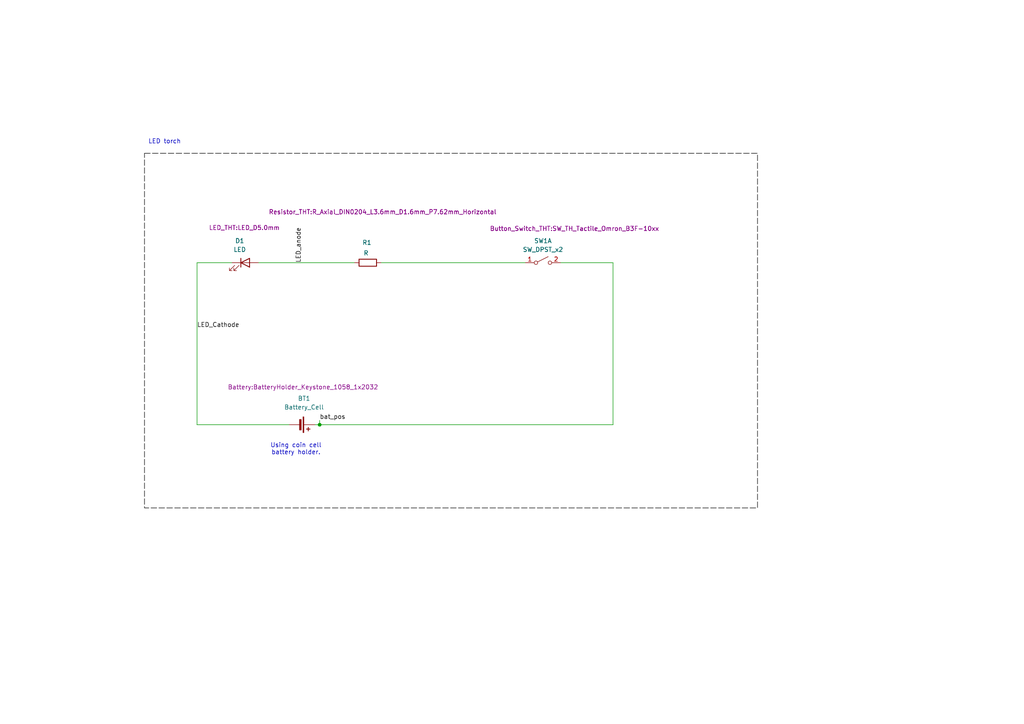
<source format=kicad_sch>
(kicad_sch (version 20250114) (generator "eeschema") (generator_version "9.0")
  (paper "A4")
  (lib_symbols
    (symbol "Device:Battery_Cell" (pin_numbers (hide yes)) (pin_names (offset 0) (hide yes))
      (property "Reference" "BT" (at 2.54 2.54 0))
      (property "Value" "Battery_Cell" (at 2.54 0 0))
      (symbol "Battery_Cell_0_1"
        (rectangle (start -2.286 1.778) (end 2.286 1.524) (fill (type outline)))
        (rectangle (start -1.524 1.016) (end 1.524 0.508) (fill (type outline)))
        (polyline (pts (xy 0 1.778) (xy 0 2.54)))
        (polyline (pts (xy 0 0.762) (xy 0 0)))
        (polyline (pts (xy 0.762 3.048) (xy 1.778 3.048)) (stroke (width 0.254)))
        (polyline (pts (xy 1.27 3.556) (xy 1.27 2.54)) (stroke (width 0.254)))
      )
      (symbol "Battery_Cell_1_1"
        (pin passive line (at 0 5.08 270) (length 2.54) (name "+") (number "1"))
        (pin passive line (at 0 -2.54 90) (length 2.54) (name "-") (number "2"))
      )
    )
    (symbol "Device:LED" (pin_numbers (hide yes)) (pin_names (offset 1.016) (hide yes))
      (property "Reference" "D" (at 0 2.54 0))
      (property "Value" "LED" (at 0 -2.54 0))
      (symbol "LED_0_1"
        (polyline (pts (xy -3.048 -0.762) (xy -4.572 -2.286) (xy -3.81 -2.286) (xy -4.572 -2.286) (xy -4.572 -1.524)))
        (polyline (pts (xy -1.778 -0.762) (xy -3.302 -2.286) (xy -2.54 -2.286) (xy -3.302 -2.286) (xy -3.302 -1.524)))
        (polyline (pts (xy -1.27 0) (xy 1.27 0)))
        (polyline (pts (xy -1.27 -1.27) (xy -1.27 1.27)) (stroke (width 0.254)))
        (polyline (pts (xy 1.27 -1.27) (xy 1.27 1.27) (xy -1.27 0) (xy 1.27 -1.27)) (stroke (width 0.254)))
      )
      (symbol "LED_1_1"
        (pin passive line (at -3.81 0 0) (length 2.54) (name "K") (number "1"))
        (pin passive line (at 3.81 0 180) (length 2.54) (name "A") (number "2"))
      )
    )
    (symbol "Device:R" (pin_numbers (hide yes)) (pin_names (offset 0))
      (property "Reference" "R" (at 2.032 0 90))
      (property "Value" "R" (at 0 0 90))
      (symbol "R_0_1"
        (rectangle (start -1.016 -2.54) (end 1.016 2.54) (stroke (width 0.254)))
      )
      (symbol "R_1_1"
        (pin passive line (at 0 3.81 270) (length 1.27) (name "~") (number "1"))
        (pin passive line (at 0 -3.81 90) (length 1.27) (name "~") (number "2"))
      )
    )
    (symbol "Switch:SW_DPST_x2" (pin_names (offset 0) (hide yes))
      (property "Reference" "SW" (at 0 3.175 0))
      (property "Value" "SW_DPST_x2" (at 0 -2.54 0))
      (symbol "SW_DPST_x2_0_0"
        (circle (center -2.032 0) (radius 0.508))
        (polyline (pts (xy -1.524 0.254) (xy 1.524 1.778)))
        (circle (center 2.032 0) (radius 0.508))
      )
      (symbol "SW_DPST_x2_1_1"
        (pin passive line (at -5.08 0 0) (length 2.54) (name "A") (number "1"))
        (pin passive line (at 5.08 0 180) (length 2.54) (name "B") (number "2"))
      )
      (symbol "SW_DPST_x2_2_1"
        (pin passive line (at -5.08 0 0) (length 2.54) (name "A") (number "3"))
        (pin passive line (at 5.08 0 180) (length 2.54) (name "B") (number "4"))
      )
    )
  )
  (text "Using coin cell\nbattery holder." (at 85.852 130.302 0) (effects (font (size 1.27 1.27))))
  (text "LED torch" (at 47.752 41.148 0) (effects (font (size 1.27 1.27))))
  (junction (at 92.71 123.19))
  (wire (pts (xy 67.31 76.2) (xy 57.15 76.2)))
  (wire (pts (xy 110.49 76.2) (xy 152.4 76.2)))
  (wire (pts (xy 57.15 123.19) (xy 83.82 123.19)))
  (wire (pts (xy 91.44 123.19) (xy 92.71 123.19)))
  (wire (pts (xy 177.8 76.2) (xy 177.8 123.19)))
  (wire (pts (xy 57.15 76.2) (xy 57.15 123.19)))
  (wire (pts (xy 92.71 121.92) (xy 92.71 123.19)))
  (wire (pts (xy 177.8 76.2) (xy 162.56 76.2)))
  (wire (pts (xy 92.71 123.19) (xy 177.8 123.19)))
  (wire (pts (xy 74.93 76.2) (xy 102.87 76.2)))
  (label "LED_anode" (at 87.63 76.2 90))
  (label "LED_Cathode" (at 57.15 95.25 0))
  (label "bat_pos" (at 92.71 121.92 0))
  (rule_area (polyline (pts (xy 41.91 44.45) (xy 219.71 44.45) (xy 219.71 147.32) (xy 41.91 147.32)) (stroke (width 0) (type dash) (color 0 0 0 1))))
  (symbol (lib_id "Device:Battery_Cell") (at 86.36 123.19 270) (unit 1)
    (property "Reference" "BT1" (at 88.2015 115.57 90))
    (property "Value" "Battery_Cell" (at 88.2015 118.11 90))
    (property "Footprint" "Battery:BatteryHolder_Keystone_1058_1x2032" (at 87.884 112.268 90))
    (property "Description" "Single-cell battery" (effects (hide yes)))
  )
  (symbol (lib_id "Switch:SW_DPST_x2") (at 157.48 76.2 0) (unit 1)
    (property "Reference" "SW1" (at 157.48 69.85 0))
    (property "Value" "SW_DPST_x2" (at 157.48 72.39 0))
    (property "Footprint" "Button_Switch_THT:SW_TH_Tactile_Omron_B3F-10xx" (at 166.624 66.294 0))
    (property "Description" "Single Pole Single Throw (SPST) switch, separate symbol" (effects (hide yes)))
  )
  (symbol (lib_id "Device:LED") (at 71.12 76.2 0) (unit 1)
    (property "Reference" "D1" (at 69.5325 69.85 0))
    (property "Value" "LED" (at 69.5325 72.39 0))
    (property "Footprint" "LED_THT:LED_D5.0mm" (at 70.866 66.04 0))
    (property "Description" "Light emitting diode" (effects (hide yes)))
    (property "Sim.Pins" "1=K 2=A" (effects (hide yes)))
  )
  (symbol (lib_id "Device:R") (at 106.68 76.2 270) (unit 1)
    (property "Reference" "R1" (at 106.426 70.358 90))
    (property "Value" "R" (at 106.172 73.406 90))
    (property "Footprint" "Resistor_THT:R_Axial_DIN0204_L3.6mm_D1.6mm_P7.62mm_Horizontal" (at 110.998 61.468 90))
    (property "Description" "Resistor" (effects (hide yes)))
  )
)
</source>
